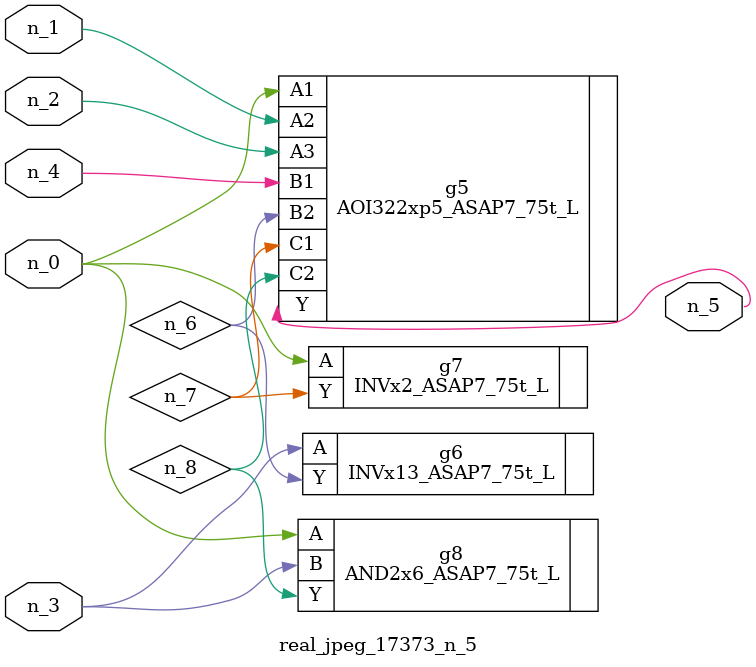
<source format=v>
module real_jpeg_17373_n_5 (n_4, n_0, n_1, n_2, n_3, n_5);

input n_4;
input n_0;
input n_1;
input n_2;
input n_3;

output n_5;

wire n_8;
wire n_6;
wire n_7;

AOI322xp5_ASAP7_75t_L g5 ( 
.A1(n_0),
.A2(n_1),
.A3(n_2),
.B1(n_4),
.B2(n_6),
.C1(n_7),
.C2(n_8),
.Y(n_5)
);

INVx2_ASAP7_75t_L g7 ( 
.A(n_0),
.Y(n_7)
);

AND2x6_ASAP7_75t_L g8 ( 
.A(n_0),
.B(n_3),
.Y(n_8)
);

INVx13_ASAP7_75t_L g6 ( 
.A(n_3),
.Y(n_6)
);


endmodule
</source>
